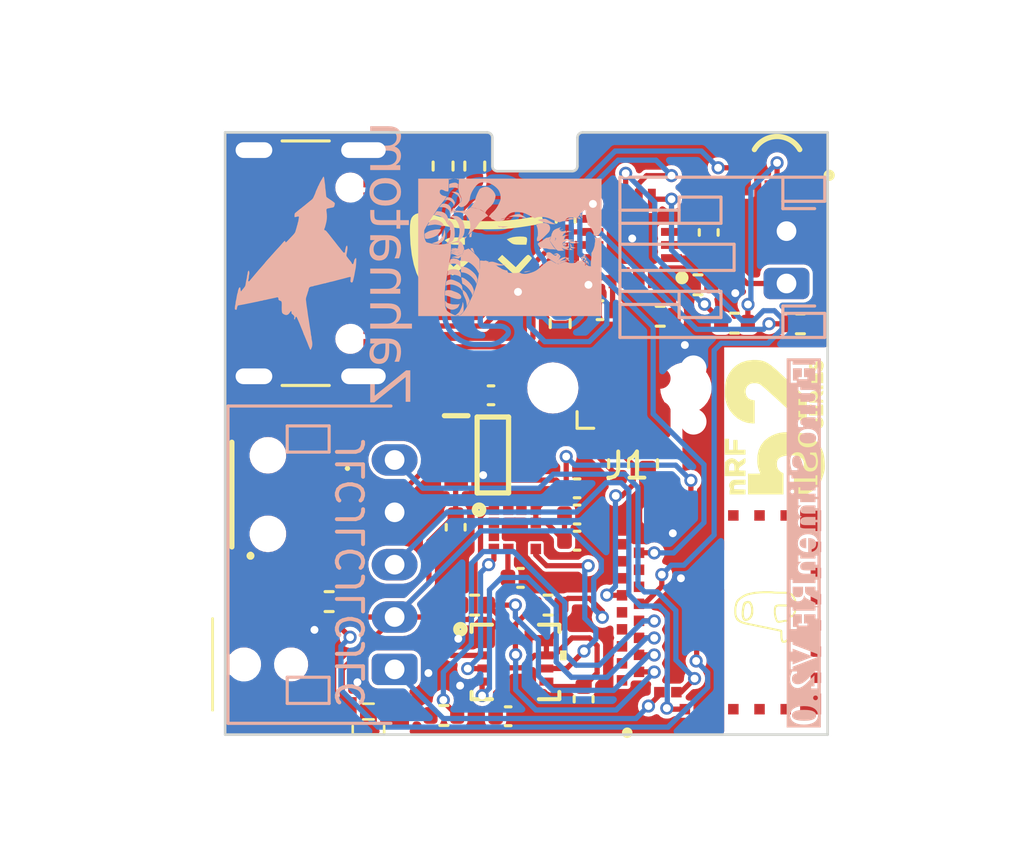
<source format=kicad_pcb>
(kicad_pcb (version 20221018) (generator pcbnew)
  (layers (0 "F.Cu" mixed) (31 "B.Cu" mixed) (34 "B.Paste" user) (35 "F.Paste" user) (36 "B.SilkS" user "B.Silkscreen") (37 "F.SilkS" user "F.Silkscreen") (38 "B.Mask" user) (39 "F.Mask" user) (44 "Edge.Cuts" user))
  (net 0 "")
  (net 1 "GND")
  (net 2 "INT")
  (net 3 "VDD")
  (net 4 "SCL")
  (net 5 "SDA")
  (net 6 "BAT+")
  (net 7 "VIN")
  (net 8 "SDAAUX")
  (net 9 "INT2")
  (net 10 "SCLAUX")
  (net 11 "RST")
  (net 12 "SWDIO")
  (net 13 "SWDCLK")
  (net 14 "ADCBAT")
  (net 15 "CHRGSET")
  (net 16 "CC1")
  (net 17 "CC2")
  (net 18 "VBUS")
  (net 19 "Net-(MAG1-C1)")
  (net 20 "SCX")
  (net 21 "SDX")
  (net 22 "INTX")
  (net 31 "TS")
  (net 59 "Net-(nRF1-OUT_ANT)")
  (net 60 "LEDG")
  (net 61 "LEDCHG")
  (net 62 "/RED")
  (net 63 "/GREEN")
  (net 65 "LEDSTBY")
  (net 66 "EN2")
  (net 67 "EN1")
  (net 68 "ILIM")
  (net 69 "VCC")
  (net 71 "/YELLOW")
  (footprint "Resistor_SMD:R_0402_1005Metric" (layer "F.Cu") (at 111.125 64.655 -90)
    (fp_text reference "R9" hide)
    (fp_text value "51k")
  )
  (footprint "Resistor_SMD:R_0402_1005Metric" (layer "F.Cu") (at 114.445 59.285)
    (fp_text reference "R11" hide)
    (fp_text value "2.7k")
  )
  (footprint "Capacitor_SMD:C_0402_1005Metric" (layer "F.Cu") (at 103.8 67.08 -90)
    (fp_text reference "C9" hide)
    (fp_text value "1uF")
  )
  (footprint "Resistor_SMD:R_0402_1005Metric" (layer "F.Cu") (at 103.35 74.27 180)
    (fp_text reference "R10" hide)
    (fp_text value "1k")
  )
  (footprint "SamacSys_Parts:LTST-S326KGJRKT" (layer "F.Cu") (at 116.07 53.655 90)
    (fp_text reference "LED1" hide)
    (fp_text value "LTST-S326KGJRKT" hide)
  )
  (footprint "Resistor_SMD:R_0402_1005Metric" (layer "F.Cu") (at 113.05 57.82 180)
    (fp_text reference "R16" hide)
    (fp_text value "10k")
  )
  (footprint "Capacitor_SMD:C_0402_1005Metric" (layer "F.Cu") (at 108.435 67.595)
    (fp_text reference "C5" hide)
    (fp_text value "100nF")
  )
  (footprint "Capacitor_SMD:C_0402_1005Metric" (layer "F.Cu") (at 113.46 55.82 90)
    (fp_text reference "C7" hide)
    (fp_text value "10uF")
  )
  (footprint "Capacitor_SMD:C_0402_1005Metric" (layer "F.Cu") (at 108.685 73.645 -90)
    (fp_text reference "C2" hide)
    (fp_text value "100nF")
  )
  (footprint "SamacSys_Parts:ISP1507AXRS" (layer "F.Cu") (at 113.85 70.33 90)
    (fp_text reference "nRF1" hide)
    (fp_text value "ISP1507-AX-RS" hide)
  )
  (footprint "Capacitor_SMD:C_0402_1005Metric" (layer "F.Cu") (at 105.805 74.3)
    (fp_text reference "C1" hide)
    (fp_text value "100nF")
  )
  (footprint "Capacitor_SMD:C_0402_1005Metric" (layer "F.Cu") (at 106.275 69.015)
    (fp_text reference "C3" hide)
    (fp_text value "220nF")
  )
  (footprint "Capacitor_SMD:C_0402_1005Metric" (layer "F.Cu") (at 108.435 65.595)
    (fp_text reference "C11" hide)
    (fp_text value "100nF")
  )
  (footprint "SamacSys_Parts:LGA-12" (layer "F.Cu") (at 106.06 67.16)
    (fp_text reference "MAG1" hide)
    (fp_text value "LIS2MDLTR" hide)
  )
  (footprint "Resistor_SMD:R_0402_1005Metric" (layer "F.Cu") (at 107.325 70.055)
    (fp_text reference "R2" hide)
    (fp_text value "2.7k")
  )
  (footprint "footprints:LGA14L_LSM6_STM" (layer "F.Cu") (at 106.082 72.2256)
    (fp_text reference "IMU1" hide)
    (fp_text value "LSM6DSV16XTR")
  )
  (footprint "SamacSys_Parts:SK3293S" (layer "F.Cu") (at 96.12 65.832 -90)
    (fp_text reference "S1" hide)
    (fp_text value "SK-3293S" hide)
  )
  (footprint "Connector:Tag-Connect_TC2030-IDC-NL_2x03_P1.27mm_Vertical" (layer "F.Cu") (at 110.34 62.03)
    (fp_text reference "J1")
    (fp_text value "Conn_ARM_SWD_TagConnect_TC2030-NL")
  )
  (footprint "Resistor_SMD:R_0402_1005Metric" (layer "F.Cu") (at 104.53 53.285 90)
    (fp_text reference "R5" hide)
    (fp_text value "5.1k")
  )
  (footprint "Capacitor_SMD:C_0402_1005Metric" (layer "F.Cu") (at 105.15 62.04 180)
    (fp_text reference "C8" hide)
    (fp_text value "1uF")
  )
  (footprint "Resistor_SMD:R_0402_1005Metric" (layer "F.Cu") (at 107.79 59.3 -90)
    (fp_text reference "R17" hide)
    (fp_text value "1.5k")
  )
  (footprint "SamacSys_Parts:SKSCLBE010" (layer "F.Cu") (at 96.47 72.32 -90)
    (fp_text reference "RST1" hide)
    (fp_text value "SKSCLBE010" hide)
  )
  (footprint "Capacitor_SMD:C_0402_1005Metric" (layer "F.Cu") (at 108 55.32 90)
    (fp_text reference "C10" hide)
    (fp_text value "10uF")
  )
  (footprint "Resistor_SMD:R_0402_1005Metric" (layer "F.Cu") (at 104.525 70.055 180)
    (fp_text reference "R1" hide)
    (fp_text value "2.7k")
  )
  (footprint "SamacSys_Parts:LTSTS270TBKT" (layer "F.Cu") (at 100.47 74.12)
    (fp_text reference "LED2" hide)
    (fp_text value "LTST-S270TBKT" hide)
  )
  (footprint "Resistor_SMD:R_0402_1005Metric" (layer "F.Cu") (at 110.02 64.655 90)
    (fp_text reference "R8" hide)
    (fp_text value "100k")
  )
  (footprint "LOGO" (layer "F.Cu") (at 115.61 70.33 90)
    (fp_text reference "G***" hide)
    (fp_text value "LOGO" hide)
  )
  (footprint "Resistor_SMD:R_0402_1005Metric" (layer "F.Cu") (at 103.32 53.285 90)
    (fp_text reference "R4" hide)
    (fp_text value "5.1k")
  )
  (footprint "Resistor_SMD:R_0402_1005Metric" (layer "F.Cu") (at 111.61 59.02 180)
    (fp_text reference "R6" hide)
    (fp_text value "1.78k")
  )
  (footprint "SamacSys_Parts:SOT95P280X130-3N" (layer "F.Cu") (at 105.22 64.32)
    (fp_text reference "LDO1" hide)
    (fp_text value "XC6206P302MR" hide)
  )
  (footprint "Resistor_SMD:R_0402_1005Metric" (layer "F.Cu") (at 116.96 59.31 180)
    (fp_text reference "R7" hide)
    (fp_text value "1.3k")
  )
  (footprint "SamacSys_Parts:QFN50P300X300X100-17N-D" (layer "F.Cu") (at 110.54 56.05 180)
    (fp_text reference "IC1" hide)
    (fp_text value "BQ24072RGTRG4" hide)
  )
  (footprint "Capacitor_SMD:C_0402_1005Metric" (layer "F.Cu") (at 108.435 66.595)
    (fp_text reference "C4" hide)
    (fp_text value "10uF")
  )
  (footprint "Connector_USB:USB_C_Receptacle_GCT_USB4105-xx-A_16P_TopMnt_Horizontal" (layer "F.Cu") (at 97.175 56.995 -90)
    (fp_text reference "USB1" hide)
    (fp_text value "USB_C_Receptacle_USB2.0")
  )
  (footprint "Capacitor_SMD:C_0402_1005Metric" (layer "F.Cu") (at 109.31 58.79)
    (fp_text reference "C6" hide)
    (fp_text value "10uF")
  )
  (footprint "LOGO" (layer "F.Cu") (at 104.75 56.57 180)
    (fp_text reference "G***" hide)
    (fp_text value "LOGO" hide)
  )
  (footprint "Resistor_SMD:R_0402_1005Metric" (layer "F.Cu") (at 98.97 69.92)
    (fp_text reference "R3" hide)
    (fp_text value "10k")
  )
  (footprint "LOGO" (layer "F.Cu") (at 115.94 63.28 90)
    (fp_text reference "GnRF" hide)
    (fp_text value "LOGO" hide)
  )
  (footprint "LOGO" (layer "B.Cu") (at 97.715 56.995 90)
    (fp_text reference "G***" hide)
    (fp_text value "LOGO" hide)
  )
  (footprint "LOGO" (layer "B.Cu") (at 105.87 56.39 90)
    (fp_text reference "G***" hide)
    (fp_text value "LOGO" hide)
  )
  (footprint "Connector_JST:JST_PH_S5B-PH-K_1x05_P2.00mm_Horizontal" (layer "B.Cu") (at 101.47 72.51 90)
    (fp_text reference "EXT1" hide)
    (fp_text value "Conn_01x05_Pin")
  )
  (footprint "Connector_JST:JST_PH_S2B-PH-K_1x02_P2.00mm_Horizontal" (layer "B.Cu") (at 116.43 57.77 90)
    (fp_text reference "BAT1" hide)
    (fp_text value "Conn_01x02_Pin")
  )
  (gr_arc (start 108.45 52.2) (mid 108.508579 52.058579) (end 108.65 52) (stroke (width 0.1)) (layer "Edge.Cuts"))
  (gr_arc (start 105.398578 53.48) (mid 105.257171 53.421414) (end 105.198578 53.28) (stroke (width 0.1)) (layer "Edge.Cuts"))
  (gr_arc (start 104.998578 52) (mid 105.140014 52.058571) (end 105.198578 52.2) (stroke (width 0.1)) (layer "Edge.Cuts"))
  (gr_line (start 108.25 53.48) (end 105.398578 53.48) (stroke (width 0.1)) (layer "Edge.Cuts"))
  (gr_line (start 104.998578 52) (end 95 52) (stroke (width 0.1)) (layer "Edge.Cuts"))
  (gr_line (start 105.198578 52.2) (end 105.198578 53.28) (stroke (width 0.1)) (layer "Edge.Cuts"))
  (gr_arc (start 108.45 53.28) (mid 108.391421 53.421421) (end 108.25 53.48) (stroke (width 0.1)) (layer "Edge.Cuts"))
  (gr_line (start 118 52) (end 108.65 52) (stroke (width 0.1)) (layer "Edge.Cuts"))
  (gr_line (start 95 52) (end 95 75) (stroke (width 0.1)) (layer "Edge.Cuts"))
  (gr_line (start 95 75) (end 118 75) (stroke (width 0.1)) (layer "Edge.Cuts"))
  (gr_line (start 108.45 52.2) (end 108.45 53.28) (stroke (width 0.1)) (layer "Edge.Cuts"))
  (gr_line (start 118 75) (end 118 52) (stroke (width 0.1)) (layer "Edge.Cuts"))
  (gr_text "EuroSlimenRF V2.0" (at 117.78 74.71 90) (layer "B.SilkS" knockout) (effects (font (size 1 1)) (justify right bottom mirror)))
  (gr_text "JLCJLCJLCJLC" (at 99.81 68.82 90) (layer "B.SilkS") (effects (font (size 1 1)) (justify mirror)))
  (gr_text "Zahnatom" (at 101.16 56.995 270) (layer "B.SilkS") (effects (font (size 1.5 1.5)) (justify mirror)))
  (segment (start 104.320665 55.069398) (end 104.320665 55.219484) (width 0.2) (layer "B.Cu") (net 0))
  (segment (start 104.713299 55.612119) (end 104.838238 55.612119) (width 0.2) (layer "B.Cu") (net 0))
  (segment (start 105.930664 55.442118) (end 106.047527 55.325256) (width 0.2) (layer "B.Cu") (net 0))
  (segment (start 105.875309 54.652119) (end 104.888446 54.652119) (width 0.2) (layer "B.Cu") (net 0))
  (segment (start 106.065665 54.797119) (end 105.970665 54.702119) (width 0.2) (layer "B.Cu") (net 0))
  (segment (start 105.375395 55.672119) (end 104.983091 55.672119) (width 0.2) (layer "B.Cu") (net 0))
  (segment (start 104.600665 54.762119) (end 104.622883 54.762119) (width 0.2) (layer "B.Cu") (net 0))
  (segment (start 106.160665 55.026469) (end 106.160665 55.052119) (width 0.2) (layer "B.Cu") (net 0))
  (segment (start 104.429954 54.832829) (end 104.410665 54.852119) (width 0.2) (layer "B.Cu") (net 0))
  (segment (start 105.935665 54.677119) (end 105.960665 54.702119) (width 0.2) (layer "B.Cu") (net 0))
  (arc (start 104.320665 55.219484) (mid 104.350552 55.369739) (end 104.435665 55.497119) (width 0.2) (layer "B.Cu") (net 0))
  (arc (start 104.410665 54.852119) (mid 104.344055 54.951807) (end 104.320665 55.069398) (width 0.2) (layer "B.Cu") (net 0))
  (arc (start 106.160665 55.052119) (mid 106.131261 55.199939) (end 106.047527 55.325256) (width 0.2) (layer "B.Cu") (net 0))
  (arc (start 104.910665 55.642119) (mid 104.877435 55.619915) (end 104.838238 55.612119) (width 0.2) (layer "B.Cu") (net 0))
  (arc (start 106.065665 54.797119) (mid 106.135975 54.902345) (end 106.160665 55.026469) (width 0.2) (layer "B.Cu") (net 0))
  (arc (start 105.935665 54.677119) (mid 105.907973 54.658616) (end 105.875309 54.652119) (width 0.2) (layer "B.Cu") (net 0))
  (arc (start 104.910665 55.642119) (mid 104.943894 55.664322) (end 104.983091 55.672119) (width 0.2) (layer "B.Cu") (net 0))
  (arc (start 104.600665 54.762119) (mid 104.508276 54.780495) (end 104.429954 54.832829) (width 0.2) (layer "B.Cu") (net 0))
  (arc (start 104.888446 54.652119) (mid 104.816585 54.666413) (end 104.755665 54.707119) (width 0.2) (layer "B.Cu") (net 0))
  (arc (start 104.435665 55.497119) (mid 104.563044 55.582231) (end 104.713299 55.612119) (width 0.2) (layer "B.Cu") (net 0))
  (arc (start 104.755665 54.707119) (mid 104.694744 54.747824) (end 104.622883 54.762119) (width 0.2) (layer "B.Cu") (net 0))
  (arc (start 105.930664 55.442118) (mid 105.675904 55.612343) (end 105.375395 55.672119) (width 0.2) (layer "B.Cu") (net 0))
  (segment (start 112.04 55.3) (end 113.42 55.3) (width 0.2) (layer "F.Cu") (net 1))
  (segment (start 111.1 59.02) (end 110.79 58.71) (width 0.2) (layer "F.Cu") (net 1))
  (segment (start 100.855 53.795) (end 100.855 53.25) (width 0.2) (layer "F.Cu") (net 1))
  (segment (start 110.35 66.83) (end 110.35 66.3) (width 0.2) (layer "F.Cu") (net 1))
  (segment (start 103.8 67.56) (end 104.423 66.937) (width 0.2) (layer "F.Cu") (net 1))
  (segment (start 108.685 74.125) (end 108.51 74.3) (width 0.2) (layer "F.Cu") (net 1))
  (segment (start 108.51 74.3) (end 106.285 74.3) (width 0.2) (layer "F.Cu") (net 1))
  (segment (start 96.1 52.675) (end 100.28 52.675) (width 0.2) (layer "F.Cu") (net 1))
  (segment (start 108.98 73.83) (end 108.685 74.125) (width 0.2) (layer "F.Cu") (net 1))
  (segment (start 100.855 53.25) (end 100.28 52.675) (width 0.2) (layer "F.Cu") (net 1))
  (segment (start 110.79 58.71) (end 110.79 57.55) (width 0.2) (layer "F.Cu") (net 1))
  (segment (start 111.29 55.3) (end 112.04 55.3) (width 0.2) (layer "F.Cu") (net 1))
  (segment (start 98.41 71) (end 97.75 71) (width 0.2) (layer "F.Cu") (net 1))
  (segment (start 95.582 68.632) (end 95.582 63.032) (width 0.2) (layer "F.Cu") (net 1))
  (segment (start 109.457 54.217) (end 108.403 54.217) (width 0.2) (layer "F.Cu") (net 1))
  (segment (start 112.8 58.08) (end 112.8 59.3) (width 0.2) (layer "F.Cu") (net 1))
  (segment (start 111.125 65.525) (end 111.125 65.165) (width 0.2) (layer "F.Cu") (net 1))
  (segment (start 111.69 59.61) (end 111.1 59.02) (width 0.2) (layer "F.Cu") (net 1))
  (segment (start 96.1 61.315) (end 96.1 52.675) (width 0.2) (layer "F.Cu") (net 1))
  (segment (start 110.79 57.55) (end 110.79 56.3) (width 0.2) (layer "F.Cu") (net 1))
  (segment (start 110.35 73.83) (end 111.01 74.49) (width 0.2) (layer "F.Cu") (net 1))
  (segment (start 110.54 56.05) (end 111.29 55.3) (width 0.2) (layer "F.Cu") (net 1))
  (segment (start 101.47 66.51) (end 103.82 64.16) (width 0.2) (layer "F.Cu") (net 1))
  (segment (start 104.85 65.37) (end 104.85 65.09) (width 0.2) (layer "F.Cu") (net 1))
  (segment (start 108.337 58.973) (end 108.52 58.79) (width 0.2) (layer "F.Cu") (net 1))
  (segment (start 95.532 61.883) (end 96.1 61.315) (width 0.2) (layer "F.Cu") (net 1))
  (segment (start 112.49 59.61) (end 111.69 59.61) (width 0.2) (layer "F.Cu") (net 1))
  (segment (start 113.65 73.63) (end 113.45 73.83) (width 0.2) (layer "F.Cu") (net 1))
  (segment (start 107.448 67.644) (end 107.448 67.917016) (width 0.2) (layer "F.Cu") (net 1))
  (segment (start 100.855 60.195) (end 100.855 60.74) (width 0.2) (layer "F.Cu") (net 1))
  (segment (start 106.86 67.41) (end 107.214 67.41) (width 0.2) (layer "F.Cu") (net 1))
  (segment (start 103.9 71.34) (end 104.035411 71.475411) (width 0.2) (layer "F.Cu") (net 1))
  (segment (start 112.8 59.3) (end 112.49 59.61) (width 0.2) (layer "F.Cu") (net 1))
  (segment (start 107.79 59.81) (end 108.337 59.263) (width 0.2) (layer "F.Cu") (net 1))
  (segment (start 98.42 72.97) (end 98.42 72.32) (width 0.2) (layer "F.Cu") (net 1))
  (segment (start 106.41 67.41) (end 106.86 67.41) (width 0.2) (layer "F.Cu") (net 1))
  (segment (start 97.75 71) (end 97.27 70.52) (width 0.2) (layer "F.Cu") (net 1))
  (segment (start 106.31 68.57) (end 106.755 69.015) (width 0.2) (layer "F.Cu") (net 1))
  (segment (start 98.42 71.01) (end 98.42 72.32) (width 0.2) (layer "F.Cu") (net 1))
  (segment (start 110.83 67.31) (end 110.35 66.83) (width 0.2) (layer "F.Cu") (net 1))
  (segment (start 113.548 69.578) (end 113.223 69.578) (width 0.2) (layer "F.Cu") (net 1))
  (segment (start 95.532 63.032) (end 95.532 61.883) (width 0.2) (layer "F.Cu") (net 1))
  (segment (start 108.52 58.79) (end 108.83 58.79) (width 0.2) (layer "F.Cu") (net 1))
  (segment (start 110.79 56.3) (end 110.54 56.05) (width 0.2) (layer "F.Cu") (net 1))
  (segment (start 113.65 67.03) (end 113.45 66.83) (width 0.2) (layer "F.Cu") (net 1))
  (segment (start 97.782 68.632) (end 95.582 68.632) (width 0.2) (layer "F.Cu") (net 1))
  (segment (start 107.214 67.41) (end 107.448 67.644) (width 0.2) (layer "F.Cu") (net 1))
  (segment (start 113.65 72.93) (end 113.65 73.63) (width 0.2) (layer "F.Cu") (net 1))
  (segment (start 109.79 55.3) (end 110.54 56.05) (width 0.2) (layer "F.Cu") (net 1))
  (segment (start 108.403 54.217) (end 108 54.62) (width 0.2) (layer "F.Cu") (net 1))
  (segment (start 110.35 66.3) (end 111.125 65.525) (width 0.2) (layer "F.Cu") (net 1))
  (segment (start 110.35 73.83) (end 108.98 73.83) (width 0.2) (layer "F.Cu") (net 1))
  (segment (start 113 68.055) (end 113.325 67.73) (width 0.2) (layer "F.Cu") (net 1))
  (segment (start 100.855 60.74) (end 100.28 61.315) (width 0.2) (layer "F.Cu") (net 1))
  (segment (start 113.65 67.73) (end 113.65 67.03) (width 0.2) (layer "F.Cu") (net 1))
  (segment (start 110.115 66.595) (end 110.35 66.83) (width 0.2) (layer "F.Cu") (net 1))
  (segment (start 112.89 74.49) (end 113.45 73.93) (width 0.2) (layer "F.Cu") (net 1))
  (segment (start 109.48 59.44) (end 110.68 59.44) (width 0.2) (layer "F.Cu") (net 1))
  (segment (start 108.33 68.18) (end 108.915 67.595) (width 0.2) (layer "F.Cu") (net 1))
  (segment (start 113.42 55.3) (end 113.46 55.34) (width 0.2) (layer "F.Cu") (net 1))
  (segment (start 109.79 54.55) (end 109.79 55.3) (width 0.2) (layer "F.Cu") (net 1))
  (segment (start 106.082 73.1527) (end 106.582126 73.1527) (width 0.2) (layer "F.Cu") (net 1))
  (segment (start 104.423 66.937) (end 104.423 65.797) (width 0.2) (layer "F.Cu") (net 1))
  (segment (start 104.035411 71.475411) (end 104.9009 71.475411) (width 0.2) (layer "F.Cu") (net 1))
  (segment (start 113.223 69.578) (end 113 69.355) (width 0.2) (layer "F.Cu") (net 1))
  (segment (start 113 69.355) (end 113 68.055) (width 0.2) (layer "F.Cu") (net 1))
  (segment (start 106.18 74.3) (end 106.14 74.26) (width 0.2) (layer "F.Cu") (net 1))
  (segment (start 112.54 57.82) (end 112.8 58.08) (width 0.2) (layer "F.Cu") (net 1))
  (segment (start 108.337 59.263) (end 108.337 58.973) (width 0.2) (layer "F.Cu") (net 1))
  (segment (start 113.65 72.93) (end 113.65 69.68) (width 0.2) (layer "F.Cu") (net 1))
  (segment (start 106.082 74.097) (end 106.285 74.3) (width 0.2) (layer "F.Cu") (net 1))
  (segment (start 107.448 67.917016) (end 107.710984 68.18) (width 0.2) (layer "F.Cu") (net 1))
  (segment (start 113.89 55.77) (end 116.43 55.77) (width 0.2) (layer "F.Cu") (net 1))
  (segment (start 113.65 69.68) (end 113.548 69.578) (width 0.2) (layer "F.Cu") (net 1))
  (segment (start 108 54.62) (end 108 54.84) (width 0.2) (layer "F.Cu") (net 1))
  (segment (start 108.83 58.79) (end 109.48 59.44) (width 0.2) (layer "F.Cu") (net 1))
  (segment (start 109.79 54.55) (end 109.457 54.217) (width 0.2) (layer "F.Cu") (net 1))
  (segment (start 113.46 55.34) (end 113.89 55.77) (width 0.2) (layer "F.Cu") (net 1))
  (segment (start 104.423 65.797) (end 104.85 65.37) (width 0.2) (layer "F.Cu") (net 1))
  (segment (start 106.31 67.91) (end 106.31 68.57) (width 0.2) (layer "F.Cu") (net 1))
  (segment (start 97.27 74.12) (end 98.42 72.97) (width 0.2) (layer "F.Cu") (net 1))
  (segment (start 106.31 67.91) (end 106.31 67.51) (width 0.2) (layer "F.Cu") (net 1))
  (segment (start 108.915 67.595) (end 108.915 65.595) (width 0.2) (layer "F.Cu") (net 1))
  (segment (start 113.45 73.93) (end 113.45 73.83) (width 0.2) (layer "F.Cu") (net 1))
  (segment (start 97.782 63.032) (end 95.582 63.032) (width 0.2) (layer "F.Cu") (net 1))
  (segment (start 112.09 67.31) (end 110.83 67.31) (width 0.2) (layer "F.Cu") (net 1))
  (segment (start 107.710984 68.18) (end 108.33 68.18) (width 0.2) (layer "F.Cu") (net 1))
  (segment (start 98.41 71) (end 98.42 71.01) (width 0.2) (layer "F.Cu") (net 1))
  (segment (start 110.68 59.44) (end 111.1 59.02) (width 0.2) (layer "F.Cu") (net 1))
  (segment (start 100.28 61.315) (end 96.1 61.315) (width 0.2) (layer "F.Cu") (net 1))
  (segment (start 106.31 67.51) (end 106.41 67.41) (width 0.2) (layer "F.Cu") (net 1))
  (segment (start 108.915 66.595) (end 110.115 66.595) (width 0.2) (layer "F.Cu") (net 1))
  (segment (start 106.082 73.1527) (end 106.082 74.097) (width 0.2) (layer "F.Cu") (net 1))
  (segment (start 113.325 67.73) (end 113.65 67.73) (width 0.2) (layer "F.Cu") (net 1))
  (segment (start 111.01 74.49) (end 112.89 74.49) (width 0.2) (layer "F.Cu") (net 1))
  (segment (start 103.82 64.16) (end 103.82 63.37) (width 0.2) (layer "F.Cu") (net 1))
  (via (at 102.76 72.65) (size 0.5) (drill 0.3) (layers "F.Cu" "B.Cu") (net 1))
  (via (at 112.09 67.31) (size 0.5) (drill 0.3) (layers "F.Cu" "B.Cu") (net 1))
  (via (at 112.55 60.12) (size 0.5) (drill 0.3) (layers "F.Cu" "B.Cu") (net 1))
  (via (at 98.41 71) (size 0.5) (drill 0.3) (layers "F.Cu" "B.Cu") (net 1))
  (via (at 114.474556 58.138494) (size 0.5) (drill 0.3) (layers "F.Cu" "B.Cu") (net 1))
  (via (at 100.05 73) (size 0.5) (drill 0.3) (layers "F.Cu" "B.Cu") (net 1))
  (via (at 104.85 65.09) (size 0.5) (drill 0.3) (layers "F.Cu" "B.Cu") (net 1))
  (via (at 103.9 71.34) (size 0.5) (drill 0.3) (layers "F.Cu" "B.Cu") (net 1))
  (via (at 112.4 69.03) (size 0.5) (drill 0.3) (layers "F.Cu" "B.Cu") (net 1))
  (via (at 103.97 73.13) (size 0.5) (drill 0.3) (layers "F.Cu" "B.Cu") (net 1))
  (via (at 110.54 56.05) (size 0.5) (drill 0.3) (layers "F.Cu" "B.Cu") (net 1))
  (segment (start 101.715 60.56) (end 108.9 60.56) (width 0.2) (layer "B.Cu") (net 1))
  (segment (start 100.667107 71.47) (end 103.77 71.47) (width 0.2) (layer "B.Cu") (net 1))
  (segment (start 100.26 65.3) (end 100.26 62.015) (width 0.2) (layer "B.Cu") (net 1))
  (segment (start 101.47 66.51) (end 100.26 65.3) (width 0.2) (layer "B.Cu") (net 1))
  (segment (start 98.16 70.75) (end 98.16 69.82) (width 0.2) (layer "B.Cu") (net 1))
  (segment (start 98.41 71) (end 98.63 70.78) (width 0.2) (layer "B.Cu") (net 1))
  (segment (start 100.26 62.015) (end 101.715 60.56) (width 0.2) (layer "B.Cu") (net 1))
  (segment (start 103.77 71.47) (end 103.9 71.34) (width 0.2) (layer "B.Cu") (net 1))
  (segment (start 98.63 70.78) (end 99.977107 70.78) (width 0.2) (layer "B.Cu") (net 1))
  (segment (start 98.16 69.82) (end 101.47 66.51) (width 0.2) (layer "B.Cu") (net 1))
  (segment (start 98.41 71) (end 98.16 70.75) (width 0.2) (layer "B.Cu") (net 1))
  (segment (start 99.977107 70.78) (end 100.667107 71.47) (width 0.2) (layer "B.Cu") (net 1))
  (segment (start 110.8 71.305) (end 111.375 71.305) (width 0.2) (layer "F.Cu") (net 2))
  (segment (start 104.81 73.51) (end 104.81 73.066689) (width 0.2) (layer "F.Cu") (net 2))
  (segment (start 104.81 73.066689) (end 104.9009 72.975789) (width 0.2) (layer "F.Cu") (net 2))
  (segment (start 111.375 71.305) (end 111.38 71.31) (width 0.2) (layer "F.Cu") (net 2))
  (via (at 111.38 71.31) (size 0.5) (drill 0.3) (layers "F.Cu" "B.Cu") (net 2))
  (via (at 104.81 73.51) (size 0.5) (drill 0.3) (layers "F.Cu" "B.Cu") (net 2))
  (segment (start 109.58 72.81) (end 111.08 71.31) (width 0.2) (layer "B.Cu") (net 2))
  (segment (start 104.81 73.51) (end 105.09 73.23) (width 0.2) (layer "B.Cu") (net 2))
  (segment (start 105.09 73.23) (end 105.09 69.47) (width 0.2) (layer "B.Cu") (net 2))
  (segment (start 111.08 71.31) (end 111.38 71.31) (width 0.2) (layer "B.Cu") (net 2))
  (segment (start 107.64 72.23) (end 108.22 72.81) (width 0.2) (layer "B.Cu") (net 2))
  (segment (start 106.54 69) (end 107.64 70.1) (width 0.2) (layer "B.Cu") (net 2))
  (segment (start 105.56 69) (end 106.54 69) (width 0.2) (layer "B.Cu") (net 2))
  (segment (start 107.64 70.1) (end 107.64 72.23) (width 0.2) (layer "B.Cu") (net 2))
  (segment (start 108.22 72.81) (end 109.58 72.81) (width 0.2) (layer "B.Cu") (net 2))
  (segment (start 105.09 69.47) (end 105.56 69) (width 0.2) (layer "B.Cu") (net 2))
  (segment (start 109.2 72.65) (end 109.2 71.602893) (width 0.2) (layer "F.Cu") (net 3))
  (segment (start 107.64 65.28) (end 107.955 65.595) (width 0.2) (layer "F.Cu") (net 3))
  (segment (start 105.29 64.59) (end 105.98 65.28) (width 0.2) (layer "F.Cu") (net 3))
  (segment (start 107.27 66.91) (end 107.955 67.595) (width 0.2) (layer "F.Cu") (net 3))
  (segment (start 102.78 69.2) (end 102.78 67.62) (width 0.2) (layer "F.Cu") (net 3))
  (segment (start 107.955 67.595) (end 107.955 66.595) (width 0.2) (layer "F.Cu") (net 3))
  (segment (start 105.325 73.409574) (end 105.581874 73.1527) (width 0.2) (layer "F.Cu") (net 3))
  (segment (start 108.907107 71.31) (end 108.24 71.31) (width 0.2) (layer "F.Cu") (net 3))
  (segment (start 107.835 70.055) (end 108.09 69.8) (width 0.2) (layer "F.Cu") (net 3))
  (segment (start 101.47 70.51) (end 102.78 69.2) (width 0.2) (layer "F.Cu") (net 3))
  (segment (start 105.325 74.3) (end 105.325 73.409574) (width 0.2) (layer "F.Cu") (net 3))
  (segment (start 112.78 65.29) (end 112.78 66.4) (width 0.2) (layer "F.Cu") (net 3))
  (segment (start 103.247552 70.51) (end 103.702552 70.055) (width 0.2) (layer "F.Cu") (net 3))
  (segment (start 108.24 71.31) (end 107.574463 71.975537) (width 0.2) (layer "F.Cu") (net 3))
  (segment (start 102.78 67.62) (end 103.8 66.6) (width 0.2) (layer "F.Cu") (net 3))
  (segment (start 99.48 69.92) (end 100.07 70.51) (width 0.2) (layer "F.Cu") (net 3))
  (segment (start 105.581874 73.1527) (end 105.581874 72.686) (width 0.2) (layer "F.Cu") (net 3))
  (segment (start 103.702552 70.055) (end 104.015 70.055) (width 0.2) (layer "F.Cu") (net 3))
  (segment (start 106.86 66.91) (end 106.86 66.41) (width 0.2) (layer "F.Cu") (net 3))
  (segment (start 105.98 65.28) (end 107.64 65.28) (width 0.2) (layer "F.Cu") (net 3))
  (segment (start 103.82 65.27) (end 104.5 64.59) (width 0.2) (layer "F.Cu") (net 3))
  (segment (start 105.581874 72.686) (end 105.817874 72.45) (width 0.2) (layer "F.Cu") (net 3))
  (segment (start 101.47 70.51) (end 103.247552 70.51) (width 0.2) (layer "F.Cu") (net 3))
  (segment (start 103.8 66.6) (end 103.8 65.29) (width 0.2) (layer "F.Cu") (net 3))
  (segment (start 99.47 74.12) (end 99.47 72.51) (width 0.2) (layer "F.Cu") (net 3))
  (segment (start 107.835 70.055) (end 107.835 70.903511) (width 0.2) (layer "F.Cu") (net 3))
  (segment (start 108.02 64.38) (end 108.02 65.53) (width 0.2) (layer "F.Cu") (net 3))
  (segment (start 108.09 69.8) (end 108.91 69.8) (width 0.2) (layer "F.Cu") (net 3))
  (segment (start 107.53 66.02) (end 107.25 66.02) (width 0.2) (layer "F.Cu") (net 3))
  (segment (start 107.835 70.903511) (end 107.2631 71.475411) (width 0.2) (layer "F.Cu") (net 3))
  (segment (start 109.4 70.29) (end 109.4 70.52) (width 0.2) (layer "F.Cu") (net 3))
  (segment (start 112.78 66.4) (end 112.55 66.63) (width 0.2) (layer "F.Cu") (net 3))
  (segment (start 109.2 71.602893) (end 108.907107 71.31) (width 0.2) (layer "F.Cu") (net 3))
  (segment (start 107.452311 73.165) (end 107.2631 72.975789) (width 0.2) (layer "F.Cu") (net 3))
  (segment (start 106.814463 71.975537) (end 107.2631 71.975537) (width 0.2) (layer "F.Cu") (net 3))
  (segment (start 108.685 73.165) (end 109.2 72.65) (width 0.2) (layer "F.Cu") (net 3))
  (segment (start 99.47 72.51) (end 101.47 70.51) (width 0.2) (layer "F.Cu") (net 3))
  (segment (start 107.955 65.595) (end 107.53 66.02) (width 0.2) (layer "F.Cu") (net 3))
  (segment (start 108.02 65.53) (end 107.955 65.595) (width 0.2) (layer "F.Cu") (net 3))
  (segment (start 107.574463 71.975537) (end 107.2631 71.975537) (width 0.2) (layer "F.Cu") (net 3))
  (segment (start 107.2631 71.475411) (end 107.2631 71.975537) (width 0.2) (layer "F.Cu") (net 3))
  (segment (start 106.34 72.45) (end 106.814463 71.975537) (width 0.2) (layer "F.Cu") (net 3))
  (segment (start 107.25 66.02) (end 106.86 66.41) (width 0.2) (layer "F.Cu") (net 3))
  (segment (start 108.685 73.165) (end 107.452311 73.165) (width 0.2) (layer "F.Cu") (net 3))
  (segment (start 108.91 69.8) (end 109.4 70.29) (width 0.2) (layer "F.Cu") (net 3))
  (segment (start 107.086189 71.2985) (end 107.2631 71.475411) (width 0.2) (layer "F.Cu") (net 3))
  (segment (start 100.07 70.51) (end 101.47 70.51) (width 0.2) (layer "F.Cu") (net 3))
  (segment (start 106.86 66.91) (end 107.27 66.91) (width 0.2) (layer "F.Cu") (net 3))
  (segment (start 103.8 65.29) (end 103.82 65.27) (width 0.2) (layer "F.Cu") (net 3))
  (segment (start 104.5 64.59) (end 105.29 64.59) (width 0.2) (layer "F.Cu") (net 3))
  (segment (start 105.817874 72.45) (end 106.34 72.45) (width 0.2) (layer "F.Cu") (net 3))
  (segment (start 106.582126 71.2985) (end 107.086189 71.2985) (width 0.2) (layer "F.Cu") (net 3))
  (via (at 108.02 64.38) (size 0.5) (drill 0.3) (layers "F.Cu" "B.Cu") (net 3))
  (via (at 112.78 65.29) (size 0.5) (drill 0.3) (layers "F.Cu" "B.Cu") (net 3))
  (via (at 109.4 70.52) (size 0.5) (drill 0.3) (layers "F.Cu" "B.Cu") (net 3))
  (segment (start 112.2 64.71) (end 112.78 65.29) (width 0.2) (layer "B.Cu") (net 3))
  (segment (start 108.35 64.71) (end 112.2 64.71) (width 0.2) (layer "B.Cu") (net 3))
  (segment (start 109.36 68.34) (end 109.36 68.76) (width 0.2) (layer "B.Cu") (net 3))
  (segment (start 108.02 64.38) (end 108.35 64.71) (width 0.2) (layer "B.Cu") (net 3))
  (segment (start 109.07 69.05) (end 109.07 70.19) (width 0.2) (layer "B.Cu") (net 3))
  (segment (start 109.07 70.19) (end 109.4 70.52) (width 0.2) (layer "B.Cu") (net 3))
  (segment (start 109.36 68.76) (end 109.07 69.05) (width 0.2) (layer "B.Cu") (net 3))
  (segment (start 108.24 67.22) (end 109.36 68.34) (width 0.2) (layer "B.Cu") (net 3))
  (segment (start 101.47 70.51) (end 104.76 67.22) (width 0.2) (layer "B.Cu") (net 3))
  (segment (start 104.76 67.22) (end 108.24 67.22) (width 0.2) (layer "B.Cu") (net 3))
  (segment (start 106.082 71.2985) (end 106.082 70.788) (width 0.2) (layer "F.Cu") (net 4))
  (segment (start 106.082 70.788) (end 106.815 70.055) (width 0.2) (layer "F.Cu") (net 4))
  (segment (start 110.8 72.605) (end 111.375 72.605) (width 0.2) (layer "F.Cu") (net 4))
  (segment (start 106.082 71.2985) (end 106.082 71.942) (width 0.2) (layer "F.Cu") (net 4))
  (segment (start 111.375 72.605) (end 111.38 72.61) (width 0.2) (layer "F.Cu") (net 4))
  (segment (start 106.082 71.942) (end 106.09 71.95) (width 0.2) (layer "F.Cu") (net 4))
  (via (at 111.38 72.61) (size 0.5) (drill 0.3) (layers "F.Cu" "B.Cu") (net 4))
  (via (at 106.09 71.95) (size 0.5) (drill 0.3) (layers "F.Cu" "B.Cu") (net 4))
  (segment (start 106.09 73.29) (end 106.86 74.06) (width 0.2) (layer "B.Cu") (net 4))
  (segment (start 106.86 74.06) (end 109.93 74.06) (width 0.2) (layer "B.Cu") (net 4))
  (segment (start 106.09 71.95) (end 106.09 73.29) (width 0.2) (layer "B.Cu") (net 4))
  (segment (start 109.93 74.06) (end 111.38 72.61) (width 0.2) (layer "B.Cu") (net 4))
  (segment (start 105.581874 71.2985) (end 105.581874 70.601874) (width 0.2) (layer "F.Cu") (net 5))
  (segment (start 106.075 70.055) (end 105.035 70.055) (width 0.2) (layer "F.Cu") (net 5))
  (segment (start 110.8 71.955) (end 111.375 71.955) (width 0.2) (layer "F.Cu") (net 5))
  (segment (start 111.375 71.955) (end 111.38 71.96) (width 0.2) (layer "F.Cu") (net 5))
  (segment (start 105.581874 70.601874) (end 105.035 70.055) (width 0.2) (layer "F.Cu") (net 5))
  (segment (start 106.08 70.05) (end 106.075 70.055) (width 0.2) (layer "F.Cu") (net 5))
  (via (at 106.08 70.05) (size 0.5) (drill 0.3) (layers "F.Cu" "B.Cu") (net 5))
  (via (at 111.38 71.96) (size 0.5) (drill 0.3) (layers "F.Cu" "B.Cu") (net 5))
  (segment (start 106.08 70.05) (end 106.08 70.52) (width 0.2) (layer "B.Cu") (net 5))
  (segment (start 106.08 70.52) (end 106.96 71.4) (width 0.2) (layer "B.Cu") (net 5))
  (segment (start 107.51 73.31) (end 109.83 73.31) (width 0.2) (layer "B.Cu") (net 5))
  (segment (start 111.18 71.96) (end 111.38 71.96) (width 0.2) (layer "B.Cu") (net 5))
  (segment (start 109.83 73.31) (end 111.18 71.96) (width 0.2) (layer "B.Cu") (net 5))
  (segment (start 106.96 72.76) (end 107.51 73.31) (width 0.2) (layer "B.Cu") (net 5))
  (segment (start 106.96 71.4) (end 106.96 72.76) (width 0.2) (layer "B.Cu") (net 5))
  (segment (start 114.93 57.77) (end 116.43 57.77) (width 0.2) (layer "F.Cu") (net 6))
  (segment (start 113.46 56.3) (end 114.93 57.77) (width 0.2) (layer "F.Cu") (net 6))
  (segment (start 112.04 56.3) (end 113.46 56.3) (width 0.2) (layer "F.Cu") (net 6))
  (segment (start 112.04 55.8) (end 112.04 56.3) (width 0.2) (layer "F.Cu") (net 6))
  (segment (start 99.148 66.832) (end 98.532 66.832) (width 0.2) (layer "F.Cu") (net 7))
  (segment (start 106.62 64.32) (end 107.06 63.88) (width 0.2) (layer "F.Cu") (net 7))
  (segment (start 101.807 65.683) (end 100.297 65.683) (width 0.2) (layer "F.Cu") (net 7))
  (segment (start 105.63 62.04) (end 105.63 63.33) (width 0.2) (layer "F.Cu") (net 7))
  (segment (start 102.82 63.04) (end 102.82 64.67) (width 0.2) (layer "F.Cu") (net 7))
  (segment (start 105.093 61.503) (end 104.357 61.503) (width 0.2) (layer "F.Cu") (net 7))
  (segment (start 108.735 63.88) (end 110.02 65.165) (width 0.2) (layer "F.Cu") (net 7))
  (segment (start 104.357 61.503) (end 102.82 63.04) (width 0.2) (layer "F.Cu") (net 7))
  (segment (start 105.63 62.04) (end 105.093 61.503) (width 0.2) (layer "F.Cu") (net 7))
  (segment (start 102.82 64.67) (end 101.807 65.683) (width 0.2) (layer "F.Cu") (net 7))
  (segment (start 105.63 63.33) (end 106.62 64.32) (width 0.2) (layer "F.Cu") (net 7))
  (segment (start 107.06 63.88) (end 108.735 63.88) (width 0.2) (layer "F.Cu") (net 7))
  (segment (start 100.297 65.683) (end 99.148 66.832) (width 0.2) (layer "F.Cu") (net 7))
  (segment (start 111.575 73.495) (end 111.16 73.91) (width 0.2) (layer "F.Cu") (net 8))
  (segment (start 111.575 73.38) (end 111.575 73.495) (width 0.2) (layer "F.Cu") (net 8))
  (via (at 111.16 73.91) (size 0.5) (drill 0.3) (layers "F.Cu" "B.Cu") (net 8))
  (segment (start 103.329893 74.387) (end 101.47 72.527107) (width 0.2) (layer "B.Cu") (net 8))
  (segment (start 110.683 74.387) (end 103.329893 74.387) (width 0.2) (layer "B.Cu") (net 8))
  (segment (start 101.47 72.527107) (end 101.47 72.51) (width 0.2) (layer "B.Cu") (net 8))
  (segment (start 111.16 73.91) (end 110.683 74.387) (width 0.2) (layer "B.Cu") (net 8))
  (segment (start 112.55 74.03) (end 111.9 74.03) (width 0.2) (layer "F.Cu") (net 9))
  (segment (start 111.9 74.03) (end 111.86 73.99) (width 0.2) (layer "F.Cu") (net 9))
  (via (at 111.86 73.99) (size 0.5) (drill 0.3) (layers "F.Cu" "B.Cu") (net 9))
  (segment (start 103.48 66.5) (end 101.47 68.51) (width 0.2) (layer "B.Cu") (net 9))
  (segment (start 111.57 70.09) (end 110.85 70.09) (width 0.2) (layer "B.Cu") (net 9))
  (segment (start 110.41 69.65) (end 110.41 65.672893) (width 0.2) (layer "B.Cu") (net 9))
  (segment (start 111.88 73.97) (end 111.88 70.4) (width 0.2) (layer "B.Cu") (net 9))
  (segment (start 108.42 66.5) (end 103.48 66.5) (width 0.2) (layer "B.Cu") (net 9))
  (segment (start 110.117107 65.38) (end 109.54 65.38) (width 0.2) (layer "B.Cu") (net 9))
  (segment (start 111.88 70.4) (end 111.57 70.09) (width 0.2) (layer "B.Cu") (net 9))
  (segment (start 110.85 70.09) (end 110.41 69.65) (width 0.2) (layer "B.Cu") (net 9))
  (segment (start 110.41 65.672893) (end 110.117107 65.38) (width 0.2) (layer "B.Cu") (net 9))
  (segment (start 109.54 65.38) (end 108.42 66.5) (width 0.2) (layer "B.Cu") (net 9))
  (segment (start 111.86 73.99) (end 111.88 73.97) (width 0.2) (layer "B.Cu") (net 9))
  (segment (start 112.4 73.38) (end 112.225 73.38) (width 0.2) (layer "F.Cu") (net 10))
  (segment (start 112.92 72.86) (end 112.4 73.38) (width 0.2) (layer "F.Cu") (net 10))
  (via (at 112.92 72.86) (size 0.5) (drill 0.3) (layers "F.Cu" "B.Cu") (net 10))
  (segment (start 107.527 65.053) (end 106.99 65.59) (width 0.2) (layer "B.Cu") (net 10))
  (segment (start 112.92 72.86) (end 112.207 72.147) (width 0.2) (layer "B.Cu") (net 10))
  (segment (start 110.76 69.3) (end 110.76 65.560445) (width 0.2) (layer "B.Cu") (net 10))
  (segment (start 110.252555 65.053) (end 107.527 65.053) (width 0.2) (layer "B.Cu") (net 10))
  (segment (start 110.76 65.560445) (end 110.252555 65.053) (width 0.2) (layer "B.Cu") (net 10))
  (segment (start 102.55 65.59) (end 101.47 64.51) (width 0.2) (layer "B.Cu") (net 10))
  (segment (start 112.207 70.264552) (end 111.492448 69.55) (width 0.2) (layer "B.Cu") (net 10))
  (segment (start 112.207 72.147) (end 112.207 70.264552) (width 0.2) (layer "B.Cu") (net 10))
  (segment (start 111.492448 69.55) (end 111.01 69.55) (width 0.2) (layer "B.Cu") (net 10))
  (segment (start 106.99 65.59) (end 102.55 65.59) (width 0.2) (layer "B.Cu") (net 10))
  (segment (start 111.01 69.55) (end 110.76 69.3) (width 0.2) (layer "B.Cu") (net 10))
  (segment (start 95.97 70.27) (end 96.647 69.593) (width 0.2) (layer "F.Cu") (net 11))
  (segment (start 95.97 70.52) (end 95.97 70.27) (width 0.2) (layer "F.Cu") (net 11))
  (segment (start 113 72.17) (end 113 71.305) (width 0.2) (layer "F.Cu") (net 11))
  (segment (start 98.46 69.97) (end 98.46 69.92) (width 0.2) (layer "F.Cu") (net 11))
  (segment (start 96.47 73.62) (end 96.47 71.02) (width 0.2) (layer "F.Cu") (net 11))
  (segment (start 98.133 69.593) (end 98.46 69.92) (width 0.2) (layer "F.Cu") (net 11))
  (segment (start 99.77 71.28) (end 98.46 69.97) (width 0.2) (layer "F.Cu") (net 11))
  (segment (start 112.98 72.19) (end 113 72.17) (width 0.2) (layer "F.Cu") (net 11))
  (segment (start 95.97 74.12) (end 96.47 73.62) (width 0.2) (layer "F.Cu") (net 11))
  (segment (start 96.647 69.593) (end 98.133 69.593) (width 0.2) (layer "F.Cu") (net 11))
  (segment (start 96.47 71.02) (end 95.97 70.52) (width 0.2) (layer "F.Cu") (net 11))
  (via (at 99.77 71.28) (size 0.5) (drill 0.3) (layers "F.Cu" "B.Cu") (net 11))
  (via (at 112.98 72.19) (size 0.5) (drill 0.3) (layers "F.Cu" "B.Cu") (net 11))
  (segment (start 99.77 71.28) (end 99.42 71.63) (width 0.2) (layer "B.Cu") (net 11))
  (segment (start 100.836893 74.714) (end 111.906 74.714) (width 0.2) (layer "B.Cu") (net 11))
  (segment (start 113.42 72.63) (end 112.98 72.19) (width 0.2) (layer "B.Cu") (net 11))
  (segment (start 113.42 73.2) (end 113.42 72.63) (width 0.2) (layer "B.Cu") (net 11))
  (segment (start 99.42 73.297107) (end 100.836893 74.714) (width 0.2) (layer "B.Cu") (net 11))
  (segment (start 99.42 71.63) (end 99.42 73.297107) (width 0.2) (layer "B.Cu") (net 11))
  (segment (start 111.906 74.714) (end 113.42 73.2) (width 0.2) (layer "B.Cu") (net 11))
  (segment (start 109.91 65.88) (end 110.147945 65.88) (width 0.2) (layer "F.Cu") (net 14))
  (segment (start 110.15 69.68) (end 109.58 69.68) (width 0.2) (layer "F.Cu") (net 14))
  (segment (start 110.02 64.145) (end 111.125 64.145) (width 0.2) (layer "F.Cu") (net 14))
  (segment (start 109.58 69.68) (end 109.57 69.67) (width 0.2) (layer "F.Cu") (net 14))
  (segment (start 110.147945 65.88) (end 110.578 65.449945) (width 0.2) (layer "F.Cu") (net 14))
  (segment (start 110.578 65.449945) (end 110.578 64.703) (width 0.2) (layer "F.Cu") (net 14))
  (segment (start 110.578 64.703) (end 110.02 64.145) (width 0.2) (layer "F.Cu") (net 14))
  (via (at 109.91 65.88) (size 0.5) (drill 0.3) (layers "F.Cu" "B.Cu") (net 14))
  (via (at 109.57 69.67) (size 0.5) (drill 0.3) (layers "F.Cu" "B.Cu") (net 14))
  (segment (start 109.9 69.34) (end 109.9 65.89) (width 0.2) (layer "B.Cu") (net 14))
  (segment (start 109.9 65.89) (end 109.91 65.88) (width 0.2) (layer "B.Cu") (net 14))
  (segment (start 109.57 69.67) (end 109.9 69.34) (width 0.2) (layer "B.Cu") (net 14))
  (segment (start 112.12 58.38) (end 111.29 57.55) (width 0.2) (layer "F.Cu") (net 15))
  (segment (start 112.12 59.02) (end 112.12 58.38) (width 0.2) (layer "F.Cu") (net 15))
  (segment (start 101.63 55.745) (end 100.855 55.745) (width 0.2) (layer "F.Cu") (net 16))
  (segment (start 103.32 54.055) (end 101.63 55.745) (width 0.2) (layer "F.Cu") (net 16))
  (segment (start 103.32 53.795) (end 103.32 54.055) (width 0.2) (layer "F.Cu") (net 16))
  (segment (start 102.0975 56.8825) (end 104.53 54.45) (width 0.2) (layer "F.Cu") (net 17))
  (segment (start 102.0975 58.2775) (end 102.0975 56.8825) (width 0.2) (layer "F.Cu") (net 17))
  (segment (start 102.0975 58.2775) (end 101.63 58.745) (width 0.2) (layer "F.Cu") (net 17))
  (segment (start 101.63 58.745) (end 100.855 58.745) (width 0.2) (layer "F.Cu") (net 17))
  (segment (start 104.53 53.795) (end 104.53 54.45) (width 0.2) (layer "F.Cu") (net 17))
  (segment (start 100.855 54.595) (end 100.326 54.595) (width 0.2) (layer "F.Cu") (net 18))
  (segment (start 114.39 53.35) (end 114.695 53.655) (width 0.2) (layer "F.Cu") (net 18))
  (segment (start 100.326 59.395) (end 100.855 59.395) (width 0.2) (layer "F.Cu") (net 18))
  (segment (start 104.875 59.395) (end 100.855 59.395) (width 0.2) (layer "F.Cu") (net 18))
  (segment (start 109.79 58.79) (end 109.79 57.55) (width 0.2) (layer "F.Cu") (net 18))
  (segment (start 100.053 54.868) (end 100.053 59.122) (width 0.2) (layer "F.Cu") (net 18))
  (segment (start 113.82 53.35) (end 114.39 53.35) (width 0.2) (layer "F.Cu") (net 18))
  (segment (start 106.18 58.09) (end 104.875 59.395) (width 0.2) (layer "F.Cu") (net 18))
  (segment (start 109.79 57.55) (end 109.14 57.55) (width 0.2) (layer "F.Cu") (net 18))
  (segment (start 100.053 59.122) (end 100.326 59.395) (width 0.2) (layer "F.Cu") (net 18))
  (segment (start 100.326 54.595) (end 100.053 54.868) (width 0.2) (layer "F.Cu") (net 18))
  (segment (start 109.14 57.55) (end 108.87 57.82) (width 0.2) (layer "F.Cu") (net 18))
  (via (at 113.82 53.35) (size 0.5) (drill 0.3) (layers "F.Cu" "B.Cu") (net 18))
  (via (at 106.18 58.09) (size 0.5) (drill 0.3) (layers "F.Cu" "B.Cu") (net 18))
  (via (at 108.87 57.82) (size 0.5) (drill 0.3) (layers "F.Cu" "B.Cu") (net 18))
  (segment (start 106.165262 58.09) (end 106.041714 57.966452) (width 0.2) (layer "B.Cu") (net 18))
  (segment (start 107.36 58.1) (end 107.398076 58.138076) (width 0.2) (layer "B.Cu") (net 18))
  (segment (start 105.870796 57.94) (end 105.183847 57.94) (width 0.2) (layer "B.Cu") (net 18))
  (segment (start 109.57 59.32) (end 109.57 58.52) (width 0.2) (layer "B.Cu") (net 18))
  (segment (start 106.849511 58.93) (end 106.68 58.93) (width 0.2) (layer "B.Cu") (net 18))
  (segment (start 107.23 57.140416) (end 107.23 57.786152) (width 0.2) (layer "B.Cu") (net 18))
  (segment (start 108.213 54.387445) (end 109.890445 52.71) (width 0.2) (layer "B.Cu") (net 18))
  (segment (start 106.89 55.384142) (end 106.89 56.319583) (width 0.2) (layer "B.Cu") (net 18))
  (segment (start 103.5 55.588078) (end 103.5 55.059705) (width 0.2) (layer "B.Cu") (net 18))
  (segment (start 109.57 58.52) (end 108.87 57.82) (width 0.2) (layer "B.Cu") (net 18))
  (segment (start 108.213 57.163) (end 108.213 54.387445) (width 0.2) (layer "B.Cu") (net 18))
  (segment (start 106.87 54.848614) (end 106.87 55.335857) (width 0.2) (layer "B.Cu") (net 18))
  (segment (start 103.81071 54.379289) (end 104.15019 54.039809) (width 0.2) (layer "B.Cu") (net 18))
  (segment (start 109.890445 52.71) (end 113.18 52.71) (width 0.2) (layer "B.Cu") (net 18))
  (segment (start 107.49 59.39) (end 107.14 59.04) (width 0.2) (layer "B.Cu") (net 18))
  (segment (start 106.6 58.85) (end 106.6 59.39) (width 0.2) (layer "B.Cu") (net 18))
  (segment (start 106.18 58.09) (end 106.165262 58.09) (width 0.2) (layer "B.Cu") (net 18))
  (segment (start 108.9 59.99) (end 109.57 59.32) (width 0.2) (layer "B.Cu") (net 18))
  (segment (start 103.37 58.887954) (end 103.37 55.901923) (width 0.2) (layer "B.Cu") (net 18))
  (segment (start 104.705 53.81) (end 104.952218 53.81) (width 0.2) (layer "B.Cu") (net 18))
  (segment (start 106.68 58.93) (end 106.6 58.85) (width 0.2) (layer "B.Cu") (net 18))
  (segment (start 107.14 59.04) (end 106.959511 59.04) (width 0.2) (layer "B.Cu") (net 18))
  (segment (start 108.580502 59.039497) (end 108.43 59.19) (width 0.2) (layer "B.Cu") (net 18))
  (segment (start 105.077659 60.1) (end 104.582045 60.1) (width 0.2) (layer "B.Cu") (net 18))
  (segment (start 106.6 59.39) (end 107.2 59.99) (width 0.2) (layer "B.Cu") (net 18))
  (segment (start 104.74 58.383847) (end 104.74 59.24636) (width 0.2) (layer "B.Cu") (net 18))
  (segment (start 108.87 57.82) (end 108.213 57.163) (width 0.2) (layer "B.Cu") (net 18))
  (segment (start 106.959511 59.04) (end 106.849511 58.93) (width 0.2) (layer "B.Cu") (net 18))
  (segment (start 107.2 59.99) (end 108.9 59.99) (width 0.2) (layer "B.Cu") (net 18))
  (segment (start 108.193137 58.65) (end 108.288578 58.65) (width 0.2) (layer "B.Cu") (net 18))
  (segment (start 113.18 52.71) (end 113.82 53.35) (width 0.2) (layer "B.Cu") (net 18))
  (segment (start 108.53 58.75) (end 108.580502 58.800502) (width 0.2) (layer "B.Cu") (net 18))
  (segment (start 107.947157 59.39) (end 107.49 59.39) (width 0.2) (layer "B.Cu") (net 18))
  (segment (start 106.222842 53.982842) (end 106.292842 53.982842) (width 0.2) (layer "B.Cu") (net 18))
  (segment (start 106.412339 54.032339) (end 106.616421 54.236421) (width 0.2) (layer "B.Cu") (net 18))
  (segment (start 107.62 58.49) (end 107.806862 58.49) (width 0.2) (layer "B.Cu") (net 18))
  (segment (start 105.217781 53.7) (end 105.54 53.7) (width 0.2) (layer "B.Cu") (net 18))
  (segment (start 105.765003 59.744997) (end 105.645 59.865) (width 0.2) (layer "B.Cu") (net 18))
  (segment (start 103.62 54.77) (end 103.669289 54.72071) (width 0.2) (layer "B.Cu") (net 18))
  (segment (start 104.893639 59.4) (end 105.487365 59.4) (width 0.2) (layer "B.Cu") (net 18))
  (arc (start 103.5 55.059705) (mid 103.531186 54.902917) (end 103.62 54.77) (width 0.2) (layer "B.Cu") (net 18))
  (arc (start 103.74 54.55) (mid 103.758376 54.457611) (end 103.81071 54.379289) (width 0.2) (layer "B.Cu") (net 18))
  (arc (start 107.49 58.36) (mid 107.528076 58.451923) (end 107.62 58.49) (width 0.2) (layer "B.Cu") (net 18))
  (arc (start 104.87 58.07) (mid 104.773785 58.213994) (end 104.74 58.383847) (width 0.2) (layer "B.Cu") (net 18))
  (arc (start 103.669289 54.72071) (mid 103.721622 54.642387) (end 103.74 54.55) (width 0.2) (layer "B.Cu") (net 18))
  (arc (start 103.435 55.745) (mid 103.483106 55.673004) (end 103.5 55.588078) (width 0.2) (layer "B.Cu") (net 18))
  (arc (start 107.398076 58.138076) (mid 107.466109 58.239895) (end 107.49 58.36) (width 0.2) (layer "B.Cu") (net 18))
  (arc (start 105.54 53.7) (mid 105.909551 53.773508) (end 106.222842 53.982842) (width 0.2) (layer "B.Cu") (net 18))
  (arc (start 106.616421 54.236421) (mid 106.804096 54.517297) (end 106.87 54.848614) (width 0.2) (layer "B.Cu") (net 18))
  (arc (start 104.74 59.24636) (mid 104.751695 59.305155) (end 104.785 59.355) (width 0.2) (layer "B.Cu") (net 18))
  (arc (start 103.37 55.901923) (mid 103.386892 55.816997) (end 103.435 55.745) (width 0.2) (layer "B.Cu") (net 18))
  (arc (start 105.085 53.755) (mid 105.14592 53.714294) (end 105.217781 53.7) (width 0.2) (layer "B.Cu") (net 18))
  (arc (start 108.580502 58.800502) (mid 108.617135 58.855328) (end 108.63 58.92) (width 0.2) (layer "B.Cu") (net 18))
  (arc (start 106.88 55.36) (mid 106.887401 55.371076) (end 106.89 55.384142) (width 0.2) (layer "B.Cu") (net 18))
  (arc (start 106.87 55.335857) (mid 106.872598 55.348923) (end 106.88 55.36) (width 0.2) (layer "B.Cu") (net 18))
  (arc (start 104.785 59.355) (mid 104.834844 59.388304) (end 104.893639 59.4) (width 0.2) (layer "B.Cu") (net 18))
  (arc (start 106.89 56.319583) (mid 106.934181 56.541699) (end 107.06 56.73) (width 0.2) (layer "B.Cu") (net 18))
  (arc (start 106.292842 53.982842) (mid 106.357513 53.995705) (end 106.412339 54.032339) (width 0.2) (layer "B.Cu") (net 18))
  (arc (start 104.582045 60.1) (mid 104.118215 60.007738) (end 103.725 59.745) (width 0.2) (layer "B.Cu") (net 18))
  (arc (start 107.23 57.786152) (mid 107.263785 57.956005) (end 107.36 58.1) (width 0.2) (layer "B.Cu") (net 18))
  (arc (start 105.487365 59.4) (mid 105.63762 59.429887) (end 105.765 59.515) (width 0.2) (layer "B.Cu") (net 18))
  (arc (start 104.952218 53.81) (mid 105.024079 53.795705) (end 105.085 53.755) (width 0.2) (layer "B.Cu") (net 18))
  (arc (start 108 58.57) (mid 108.088612 58.629208) (end 108.193137 58.65) (width 0.2) (layer "B.Cu") (net 18))
  (arc (start 105.183847 57.94) (mid 105.013994 57.973785) (end 104.87 58.07) (width 0.2) (layer "B.Cu") (net 18))
  (arc (start 107.806862 58.49) (mid 107.911387 58.510791) (end 108 58.57) (width 0.2) (layer "B.Cu") (net 18))
  (arc (start 108.288578 58.65) (mid 108.419234 58.675989) (end 108.53 58.75) (width 0.2) (layer "B.Cu") (net 18))
  (arc (start 105.765 59.515) (mid 105.812636 59.63) (end 105.765003 59.744997) (width 0.2) (layer "B.Cu") (net 18))
  (arc (start 105.645 59.865) (mid 105.384701 60.038925) (end 105.077659 60.1) (width 0.2) (layer "B.Cu") (net 18))
  (arc (start 104.15019 54.039809) (mid 104.404739 53.869725) (end 104.705 53.81) (width 0.2) (layer "B.Cu") (net 18))
  (arc (start 108.63 58.92) (mid 108.617135 58.984671) (end 108.580502 59.039497) (width 0.2) (layer "B.Cu") (net 18))
  (arc (start 103.725 59.745) (mid 103.462261 59.351783) (end 103.37 58.887954) (width 0.2) (layer "B.Cu") (net 18))
  (arc (start 106.041714 57.966452) (mid 105.957069 57.947454) (end 105.870796 57.94) (width 0.2) (layer "B.Cu") (net 18))
  (arc (start 108.43 59.19) (mid 108.208469 59.338021) (end 107.947157 59.39) (width 0.2) (layer "B.Cu") (net 18))
  (arc (start 107.06 56.73) (mid 107.185818 56.9183) (end 107.23 57.140416) (width 0.2) (layer "B.Cu") (net 18))
  (segment (start 105.795 69.015) (end 105.795 67.925) (width 0.2) (layer "F.Cu") (net 19))
  (segment (start 105.795 67.925) (end 105.81 67.91) (width 0.2) (layer "F.Cu") (net 19))
  (segment (start 104.9009 71.975537) (end 103.635537 71.975537) (width 0.2) (layer "F.Cu") (net 20))
  (segment (start 104.538 68.324893) (end 104.75 68.112893) (width 0.2) (layer "F.Cu") (net 20))
  (segment (start 104.75 66.66) (end 105 66.41) (width 0.2) (layer "F.Cu") (net 20))
  (segment (start 104.75 68.112893) (end 104.75 66.66) (width 0.2) (layer "F.Cu") (net 20))
  (segment (start 105 66.41) (end 105.26 66.41) (width 0.2) (layer "F.Cu") (net 20))
  (segment (start 104.538 70.363945) (end 104.538 68.324893) (width 0.2) (layer "F.Cu") (net 20))
  (segment (start 103.4 71.74) (end 103.4 70.82) (width 0.2) (layer "F.Cu") (net 20))
  (segment (start 103.618 70.602) (end 104.299945 70.602) (width 0.2) (layer "F.Cu") (net 20))
  (segment (start 103.4 70.82) (end 103.618 70.602) (width 0.2) (layer "F.Cu") (net 20))
  (segment (start 104.299945 70.602) (end 104.538 70.363945) (width 0.2) (layer "F.Cu") (net 20))
  (segment (start 103.635537 71.975537) (end 103.4 71.74) (width 0.2) (layer "F.Cu") (net 20))
  (segment (start 104.896563 72.48) (end 104.9009 72.475663) (width 0.2) (layer "F.Cu") (net 21))
  (segment (start 105.26 67.91) (end 105.26 68.31) (width 0.2) (layer "F.Cu") (net 21))
  (segment (start 105.26 68.31) (end 105.06 68.51) (width 0.2) (layer "F.Cu") (net 21))
  (segment (start 104.26 72.48) (end 104.896563 72.48) (width 0.2) (layer "F.Cu") (net 21))
  (via (at 104.26 72.48) (size 0.5) (drill 0.3) (layers "F.Cu" "B.Cu") (net 21))
  (via (at 105.06 68.51) (size 0.5) (drill 0.3) (layers "F.Cu" "B.Cu") (net 21))
  (segment (start 104.75 71.99) (end 104.75 68.82) (width 0.2) (layer "B.Cu") (net 21))
  (segment (start 104.26 72.48) (end 104.75 71.99) (width 0.2) (layer "B.Cu") (net 21))
  (segment (start 104.75 68.82) (end 105.06 68.51) (width 0.2) (layer "B.Cu") (net 21))
  (segment (start 108.86 68.55) (end 107.27 68.55) (width 0.2) (layer "F.Cu") (net 22))
  (segment (start 107.27 68.55) (end 106.86 68.14) (width 0.2) (layer "F.Cu") (net 22))
  (segment (start 108.034337 72.475663) (end 107.2631 72.475663) (width 0.2) (layer "F.Cu") (net 22))
  (segment (start 106.86 68.14) (end 106.86 67.91) (width 0.2) (layer "F.Cu") (net 22))
  (segment (start 108.7 71.81) (end 108.034337 72.475663) (width 0.2) (layer "F.Cu") (net 22))
  (via (at 108.7 71.81) (size 0.5) (drill 0.3) (layers "F.Cu" "B.Cu") (net 22))
  (via (at 108.86 68.55) (size 0.5) (drill 0.3) (layers "F.Cu" "B.Cu") (net 22))
  (segment (start 108.73 70.557107) (end 108.73 68.68) (width 0.2) (layer "B.Cu") (net 22))
  (segment (start 109.15 71.36) (end 109.15 70.977107) (width 0.2) (layer "B.Cu") (net 22))
  (segment (start 109.15 70.977107) (end 108.73 70.557107) (width 0.2) (layer "B.Cu") (net 22))
  (segment (start 108.73 68.68) (end 108.86 68.55) (width 0.2) (layer "B.Cu") (net 22))
  (segment (start 108.7 71.81) (end 109.15 71.36) (width 0.2) (layer "B.Cu") (net 22))
  (segment (start 112.54 56.8) (end 112.04 56.8) (width 0.2) (layer "F.Cu") (net 31))
  (segment (start 113.56 57.82) (end 112.54 56.8) (width 0.2) (layer "F.Cu") (net 31))
  (segment (start 113.65 69.03) (end 113.65 68.38) (width 0.4) (layer "F.Cu") (net 59))
  (segment (start 110.8 70.655) (end 111.375 70.655) (width 0.2) (layer "F.Cu") (net 60))
  (segment (start 103.33 73.68) (end 103.33 73.74) (width 0.2) (layer "F.Cu") (net 60))
  (segment (start 103.33 73.74) (end 103.86 74.27) (width 0.2) (layer "F.Cu") (net 60))
  (segment (start 111.375 70.655) (end 111.38 70.66) (width 0.2) (layer "F.Cu") (net 60))
  (via (at 111.38 70.66) (size 0.5) (drill 0.3) (layers "F.Cu" "B.Cu") (net 60))
  (via (at 103.33 73.68) (size 0.5) (drill 0.3) (layers "F.Cu" "B.Cu") (net 60))
  (segment (start 103.33 73.68) (end 103.33 72.617107) (width 0.2) (layer "B.Cu") (net 60))
  (segment (start 104.852893 68.01) (end 106.012448 68.01) (width 0.2) (layer "B.Cu") (net 60))
  (segment (start 104.4 71.547107) (end 104.4 68.462893) (width 0.2) (layer "B.Cu") (net 60))
  (segment (start 104.4 68.462893) (end 104.852893 68.01) (width 0.2) (layer "B.Cu") (net 60))
  (segment (start 109.28 72.35) (end 110.97 70.66) (width 0.2) (layer "B.Cu") (net 60))
  (segment (start 108.4 72.35) (end 109.28 72.35) (width 0.2) (layer "B.Cu") (net 60))
  (segment (start 106.012448 68.01) (end 107.967 69.964552) (width 0.2) (layer "B.Cu") (net 60))
  (segment (start 107.967 71.917) (end 108.4 72.35) (width 0.2) (layer "B.Cu") (net 60))
  (segment (start 107.967 69.964552) (end 107.967 71.917) (width 0.2) (layer "B.Cu") (net 60))
  (segment (start 103.33 72.617107) (end 104.4 71.547107) (width 0.2) (layer "B.Cu") (net 60))
  (segment (start 110.97 70.66) (end 111.38 70.66) (width 0.2) (layer "B.Cu") (net 60))
  (segment (start 116.45 59.31) (end 115.76 59.31) (width 0.2) (layer "F.Cu") (net 61))
  (segment (start 109.04 55.3) (end 109.04 54.73) (width 0.2) (layer "F.Cu") (net 61))
  (via (at 109.04 54.73) (size 0.5) (drill 0.3) (layers "F.Cu" "B.Cu") (net 61))
  (via (at 115.76 59.31) (size 0.5) (drill 0.3) (layers "F.Cu" "B.Cu") (net 61))
  (segment (start 115.76 59.31) (end 115.55 59.52) (width 0.2) (layer "B.Cu") (net 61))
  (segment (start 115.55 59.52) (end 113 59.52) (width 0.2) (layer "B.Cu") (net 61))
  (segment (start 109.04 55.56) (end 109.04 54.73) (width 0.2) (layer "B.Cu") (net 61))
  (segment (start 113 59.52) (end 109.04 55.56) (width 0.2) (layer "B.Cu") (net 61))
  (segment (start 117.6 59.18) (end 117.6 53.81) (width 0.2) (layer "F.Cu") (net 62))
  (segment (start 117.6 53.81) (end 117.445 53.655) (width 0.2) (layer "F.Cu") (net 62))
  (segment (start 117.47 59.31) (end 117.6 59.18) (width 0.2) (layer "F.Cu") (net 62))
  (segment (start 114.955 58.575) (end 114.96 58.57) (width 0.2) (layer "F.Cu") (net 63))
  (segment (start 114.955 59.285) (end 114.955 58.575) (width 0.2) (layer "F.Cu") (net 63))
  (segment (start 116.07 53.16) (end 116.07 54.305) (width 0.2) (layer "F.Cu") (net 63))
  (via (at 114.96 58.57) (size 0.5) (drill 0.3) (layers "F.Cu" "B.Cu") (net 63))
  (via (at 116.07 53.16) (size 0.5) (drill 0.3) (layers "F.Cu" "B.Cu") (net 63))
  (segment (start 115.07 58.46) (end 115.07 54.16) (width 0.2) (layer "B.Cu") (net 63))
  (segment (start 115.07 54.16) (end 116.07 53.16) (width 0.2) (layer "B.Cu") (net 63))
  (segment (start 114.96 58.57) (end 115.07 58.46) (width 0.2) (layer "B.Cu") (net 63))
  (segment (start 110.29 54.55) (end 110.29 53.56) (width 0.2) (layer "F.Cu") (net 65))
  (segment (start 113.3 58.56) (end 113.935 59.195) (width 0.2) (layer "F.Cu") (net 65))
  (segment (start 113.935 59.195) (end 113.935 59.285) (width 0.2) (layer "F.Cu") (net 65))
  (via (at 110.29 53.56) (size 0.5) (drill 0.3) (layers "F.Cu" "B.Cu") (net 65))
  (via (at 113.3 58.56) (size 0.5) (drill 0.3) (layers "F.Cu" "B.Cu") (net 65))
  (segment (start 111.4 54.67) (end 110.29 53.56) (width 0.2) (layer "B.Cu") (net 65))
  (segment (start 111.4 56.73) (end 111.4 54.67) (width 0.2) (layer "B.Cu") (net 65))
  (segment (start 113.3 58.56) (end 113.23 58.56) (width 0.2) (layer "B.Cu") (net 65))
  (segment (start 113.23 58.56) (end 111.4 56.73) (width 0.2) (layer "B.Cu") (net 65))
  (segment (start 110.8 70.005) (end 111.004 70.005) (width 0.2) (layer "F.Cu") (net 66))
  (segment (start 111.29 54.55) (end 112.04 54.55) (width 0.2) (layer "F.Cu") (net 66))
  (segment (start 111.004 70.005) (end 111.67 69.339) (width 0.2) (layer "F.Cu") (net 66))
  (segment (start 111.67 69.339) (end 111.67 68.89) (width 0.2) (layer "F.Cu") (net 66))
  (via (at 111.67 68.89) (size 0.5) (drill 0.3) (layers "F.Cu" "B.Cu") (net 66))
  (via (at 112.04 54.55) (size 0.5) (drill 0.3) (layers "F.Cu" "B.Cu") (net 66))
  (segment (start 115.552893 58.81) (end 115.169893 59.193) (width 0.2) (layer "B.Cu") (net 66))
  (segment (start 114.743 59.193) (end 112.04 56.49) (width 0.2) (layer "B.Cu") (net 66))
  (segment (start 113.667 60.323) (end 113.94 60.05) (width 0.2) (layer "B.Cu") (net 66))
  (segment (start 112.03 68.53) (end 112.51 68.53) (width 0.2) (layer "B.Cu") (net 66))
  (segment (start 116.26 59.517107) (end 116.26 59.102893) (width 0.2) (layer "B.Cu") (net 66))
  (segment (start 113.667 67.373) (end 113.667 60.323) (width 0.2) (layer "B.Cu") (net 66))
  (segment (start 115.727107 60.05) (end 116.26 59.517107) (width 0.2) (layer "B.Cu") (net 66))
  (segment (start 115.967107 58.81) (end 115.552893 58.81) (width 0.2) (layer "B.Cu") (net 66))
  (segment (start 115.169893 59.193) (end 114.743 59.193) (width 0.2) (layer "B.Cu") (net 66))
  (segment (start 116.26 59.102893) (end 115.967107 58.81) (width 0.2) (layer "B.Cu") (net 66))
  (segment (start 112.51 68.53) (end 113.667 67.373) (width 0.2) (layer "B.Cu") (net 66))
  (segment (start 112.04 56.49) (end 112.04 54.55) (width 0.2) (layer "B.Cu") (net 66))
  (segment (start 111.67 68.89) (end 112.03 68.53) (width 0.2) (layer "B.Cu") (net 66))
  (segment (start 113.94 60.05) (end 115.727107 60.05) (width 0.2) (layer "B.Cu") (net 66))
  (segment (start 110.79 53.95) (end 111.09 53.65) (width 0.2) (layer "F.Cu") (net 67))
  (segment (start 111.375 68.055) (end 111.38 68.06) (width 0.2) (layer "F.Cu") (net 67))
  (segment (start 111.09 53.65) (end 112.04 53.65) (width 0.2) (layer "F.Cu") (net 67))
  (segment (start 110.79 54.55) (end 110.79 53.95) (width 0.2) (layer "F.Cu") (net 67))
  (segment (start 110.8 68.055) (end 111.375 68.055) (width 0.2) (layer "F.Cu") (net 67))
  (via (at 111.38 68.06) (size 0.5) (drill 0.3) (layers "F.Cu" "B.Cu") (net 67))
  (via (at 112.04 53.65) (size 0.5) (drill 0.3) (layers "F.Cu" "B.Cu") (net 67))
  (segment (start 111.38 68.06) (end 112.12 68.06) (width 0.2) (layer "B.Cu") (net 67))
  (segment (start 112.12 68.06) (end 113.28 66.9) (width 0.2) (layer "B.Cu") (net 67))
  (segment (start 111.45 53.06) (end 112.04 53.65) (width 0.2) (layer "B.Cu") (net 67))
  (segment (start 108.54 56.63) (end 108.54 54.522893) (width 0.2) (layer "B.Cu") (net 67))
  (segment (start 110.002893 53.06) (end 111.45 53.06) (width 0.2) (layer "B.Cu") (net 67))
  (segment (start 113.28 64.69) (end 111.34 62.75) (width 0.2) (layer "B.Cu") (net 67))
  (segment (start 113.28 66.9) (end 113.28 64.69) (width 0.2) (layer "B.Cu") (net 67))
  (segment (start 111.34 62.75) (end 111.34 59.43) (width 0.2) (layer "B.Cu") (net 67))
  (segment (start 108.54 54.522893) (end 110.002893 53.06) (width 0.2) (layer "B.Cu") (net 67))
  (segment (start 111.34 59.43) (end 108.54 56.63) (width 0.2) (layer "B.Cu") (net 67))
  (segment (start 107.79 58.79) (end 107.79 58.05) (width 0.2) (layer "F.Cu") (net 68))
  (segment (start 107.79 58.05) (end 109.04 56.8) (width 0.2) (layer "F.Cu") (net 68))
  (segment (start 103.58 60.19) (end 106.41 60.19) (width 0.2) (layer "F.Cu") (net 69))
  (segment (start 106.41 60.19) (end 106.75 59.85) (width 0.2) (layer "F.Cu") (net 69))
  (segment (start 98.532 65.832) (end 99.198 65.832) (width 0.2) (layer "F.Cu") (net 69))
  (segment (start 99.459 65.571) (end 99.459 64.311) (width 0.2) (layer "F.Cu") (net 69))
  (segment (start 99.198 65.832) (end 99.459 65.571) (width 0.2) (layer "F.Cu") (net 69))
  (segment (start 106.75 57.05) (end 108 55.8) (width 0.2) (layer "F.Cu") (net 69))
  (segment (start 99.459 64.311) (end 103.58 60.19) (width 0.2) (layer "F.Cu") (net 69))
  (segment (start 109.04 55.8) (end 109.04 56.3) (width 0.2) (layer "F.Cu") (net 69))
  (segment (start 106.75 59.85) (end 106.75 57.05) (width 0.2) (layer "F.Cu") (net 69))
  (segment (start 108 55.8) (end 109.04 55.8) (width 0.2) (layer "F.Cu") (net 69))
  (segment (start 101.62 74.27) (end 102.84 74.27) (width 0.2) (layer "F.Cu") (net 71))
  (segment (start 101.47 74.12) (end 101.62 74.27) (width 0.2) (layer "F.Cu") (net 71))
  (zone (net 1) (net_name "GND") (layers "F&B.Cu") (name "ground") (connect_pads yes (clearance 0)) (min_thickness 0.25) (fill yes (thermal_gap 0.25) (thermal_bridge_width 0.25))
    (polygon (pts (xy 90.23 49.35) (xy 120.23 49.35) (xy 120.23 79.35) (xy 90.23 79.35)))
  )
  (zone (net 0) (net_name "") (layers "F&B.Cu") (name "ant") (connect_pads (clearance 0)) (min_thickness 0.25)
    (keepout (tracks not_allowed) (vias not_allowed) (pads allowed) (copperpour not_allowed) (footprints allowed))
    (fill (thermal_gap 0.5) (thermal_bridge_width 0.5))
    (polygon (pts (xy 114.05 75) (xy 114.05 60.21) (xy 118 60.21) (xy 118 75)))
  )
)
</source>
